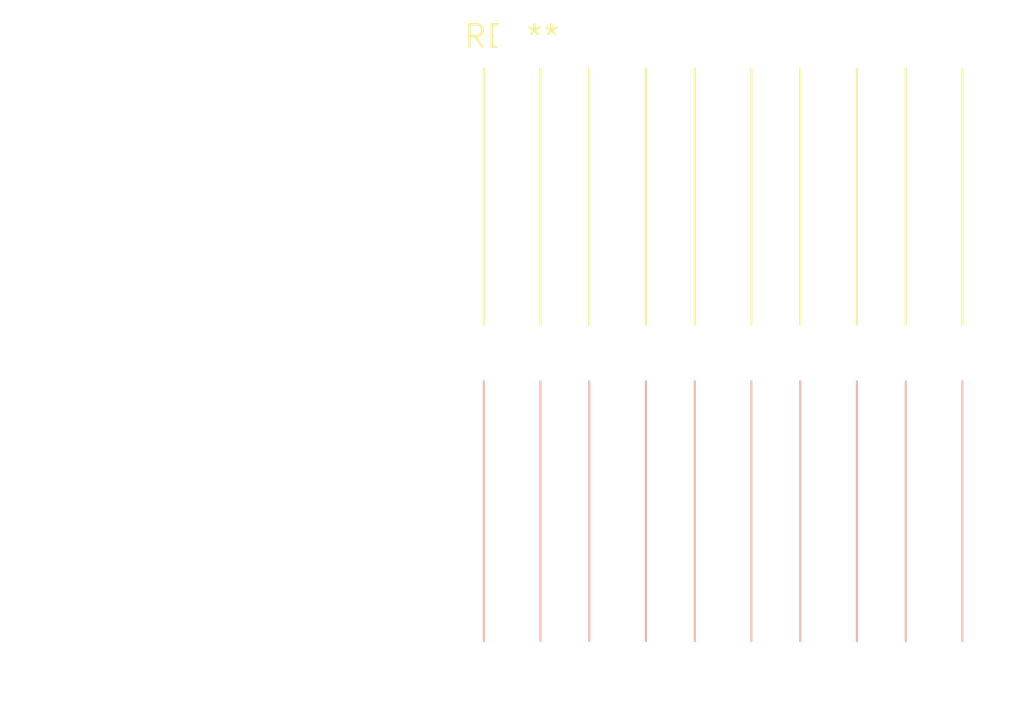
<source format=kicad_pcb>
(kicad_pcb (version 20240108) (generator pcbnew)
  (layers (0 "F.Cu" signal) (31 "B.Cu" signal) (34 "B.Paste" user) (35 "F.Paste" user) (36 "B.SilkS" user "B.Silkscreen") (37 "F.SilkS" user "F.Silkscreen") (38 "B.Mask" user) (39 "F.Mask" user) (44 "Edge.Cuts" user))
  (net 0 "")
  (footprint "SolderWire-1.5sqmm_1x05_P6mm_D1.7mm_OD3mm_Relief2x" (layer "F.Cu") (at 0 0)
    (property "Reference" "REF**")
    (property "Value" "SolderWire-1.5sqmm_1x05_P6mm_D1.7mm_OD3mm_Relief2x")
    (fp_line (start -1.61 19.61) (end -1.61 34.39) (layer "B.SilkS") (stroke (width 0.12)))
    (fp_line (start 1.61 19.61) (end 1.61 34.39) (layer "B.SilkS") (stroke (width 0.12)))
    (fp_line (start 4.39 19.61) (end 4.39 34.39) (layer "B.SilkS") (stroke (width 0.12)))
    (fp_line (start 7.61 19.61) (end 7.61 34.39) (layer "B.SilkS") (stroke (width 0.12)))
    (fp_line (start 10.39 19.61) (end 10.39 34.39) (layer "B.SilkS") (stroke (width 0.12)))
    (fp_line (start 13.61 19.61) (end 13.61 34.39) (layer "B.SilkS") (stroke (width 0.12)))
    (fp_line (start 16.39 19.61) (end 16.39 34.39) (layer "B.SilkS") (stroke (width 0.12)))
    (fp_line (start 19.61 19.61) (end 19.61 34.39) (layer "B.SilkS") (stroke (width 0.12)))
    (fp_line (start 22.39 19.61) (end 22.39 34.39) (layer "B.SilkS") (stroke (width 0.12)))
    (fp_line (start 25.61 19.61) (end 25.61 34.39) (layer "B.SilkS") (stroke (width 0.12)))
    (fp_line (start -1.61 1.81) (end -1.61 16.39) (layer "F.SilkS") (stroke (width 0.12)))
    (fp_line (start 1.61 1.81) (end 1.61 16.39) (layer "F.SilkS") (stroke (width 0.12)))
    (fp_line (start 4.39 1.81) (end 4.39 16.39) (layer "F.SilkS") (stroke (width 0.12)))
    (fp_line (start 7.61 1.81) (end 7.61 16.39) (layer "F.SilkS") (stroke (width 0.12)))
    (fp_line (start 10.39 1.81) (end 10.39 16.39) (layer "F.SilkS") (stroke (width 0.12)))
    (fp_line (start 13.61 1.81) (end 13.61 16.39) (layer "F.SilkS") (stroke (width 0.12)))
    (fp_line (start 16.39 1.81) (end 16.39 16.39) (layer "F.SilkS") (stroke (width 0.12)))
    (fp_line (start 19.61 1.81) (end 19.61 16.39) (layer "F.SilkS") (stroke (width 0.12)))
    (fp_line (start 22.39 1.81) (end 22.39 16.39) (layer "F.SilkS") (stroke (width 0.12)))
    (fp_line (start 25.61 1.81) (end 25.61 16.39) (layer "F.SilkS") (stroke (width 0.12)))
    (pad "" np_thru_hole circle (at 0 18) (size 3.5 3.5) (drill 3.5) (layers *.Cu *.Mask))
    (pad "" np_thru_hole circle (at 0 36) (size 3.5 3.5) (drill 3.5) (layers *.Cu *.Mask))
    (pad "" np_thru_hole circle (at 6 18) (size 3.5 3.5) (drill 3.5) (layers *.Cu *.Mask))
    (pad "" np_thru_hole circle (at 6 36) (size 3.5 3.5) (drill 3.5) (layers *.Cu *.Mask))
    (pad "" np_thru_hole circle (at 12 18) (size 3.5 3.5) (drill 3.5) (layers *.Cu *.Mask))
    (pad "" np_thru_hole circle (at 12 36) (size 3.5 3.5) (drill 3.5) (layers *.Cu *.Mask))
    (pad "" np_thru_hole circle (at 18 18) (size 3.5 3.5) (drill 3.5) (layers *.Cu *.Mask))
    (pad "" np_thru_hole circle (at 18 36) (size 3.5 3.5) (drill 3.5) (layers *.Cu *.Mask))
    (pad "" np_thru_hole circle (at 24 18) (size 3.5 3.5) (drill 3.5) (layers *.Cu *.Mask))
    (pad "" np_thru_hole circle (at 24 36) (size 3.5 3.5) (drill 3.5) (layers *.Cu *.Mask))
    (pad "1" thru_hole roundrect (at 0 0) (size 3.1 3.1) (drill 2.1) (layers *.Cu *.Mask) (remove_unused_layers) (roundrect_rratio 0.080645))
    (pad "2" thru_hole circle (at 6 0) (size 3.1 3.1) (drill 2.1) (layers *.Cu *.Mask) (remove_unused_layers))
    (pad "3" thru_hole circle (at 12 0) (size 3.1 3.1) (drill 2.1) (layers *.Cu *.Mask) (remove_unused_layers))
    (pad "4" thru_hole circle (at 18 0) (size 3.1 3.1) (drill 2.1) (layers *.Cu *.Mask) (remove_unused_layers))
    (pad "5" thru_hole circle (at 24 0) (size 3.1 3.1) (drill 2.1) (layers *.Cu *.Mask) (remove_unused_layers))
  )
)
</source>
